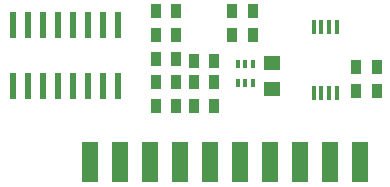
<source format=gbs>
%FSLAX46Y46*%
G04 Gerber Fmt 4.6, Leading zero omitted, Abs format (unit mm)*
G04 Created by KiCad (PCBNEW (2014-09-02 BZR 5112)-product) date 2014-11-08 5:57:07 PM*
%MOMM*%
G01*
G04 APERTURE LIST*
%ADD10C,0.150000*%
%ADD11R,0.299720X1.300480*%
%ADD12R,0.398780X0.797560*%
%ADD13R,0.599440X2.199640*%
%ADD14R,1.397000X1.143000*%
%ADD15R,0.812800X1.143000*%
%ADD16R,1.350000X3.500000*%
G04 APERTURE END LIST*
D10*
D11*
X125544600Y-87556000D03*
X126179600Y-87556000D03*
X126840000Y-87556000D03*
X127475000Y-87556000D03*
X127475000Y-93144000D03*
X126827300Y-93144000D03*
X126179600Y-93144000D03*
X125531900Y-93144000D03*
D12*
X119102300Y-90702440D03*
X119750000Y-90702440D03*
X120397700Y-90702440D03*
X120397700Y-92297560D03*
X119750000Y-92297560D03*
X119102300Y-92297560D03*
D13*
X108945000Y-92598420D03*
X107675000Y-92598420D03*
X106405000Y-92598420D03*
X105135000Y-92598420D03*
X103865000Y-92598420D03*
X102595000Y-92598420D03*
X101325000Y-92598420D03*
X100055000Y-92598420D03*
X100055000Y-87401580D03*
X101325000Y-87401580D03*
X102595000Y-87401580D03*
X103865000Y-87401580D03*
X105135000Y-87401580D03*
X106405000Y-87401580D03*
X107675000Y-87401580D03*
X108945000Y-87401580D03*
D14*
X122000000Y-92829500D03*
X122000000Y-90670500D03*
D15*
X129149100Y-93000000D03*
X130850900Y-93000000D03*
X112149100Y-88250000D03*
X113850900Y-88250000D03*
X113850900Y-86250000D03*
X112149100Y-86250000D03*
X112149100Y-92250000D03*
X113850900Y-92250000D03*
X112149100Y-90250000D03*
X113850900Y-90250000D03*
X112149100Y-94250000D03*
X113850900Y-94250000D03*
X129149100Y-91000000D03*
X130850900Y-91000000D03*
X120350900Y-86250000D03*
X118649100Y-86250000D03*
X118649100Y-88250000D03*
X120350900Y-88250000D03*
X117100900Y-94250000D03*
X115399100Y-94250000D03*
X115399100Y-92250000D03*
X117100900Y-92250000D03*
D16*
X106570000Y-99000000D03*
X109110000Y-99000000D03*
X111650000Y-99000000D03*
X114190000Y-99000000D03*
X116730000Y-99000000D03*
X119270000Y-99000000D03*
X121810000Y-99000000D03*
X124350000Y-99000000D03*
X126890000Y-99000000D03*
X129430000Y-99000000D03*
D15*
X115399100Y-90500000D03*
X117100900Y-90500000D03*
M02*

</source>
